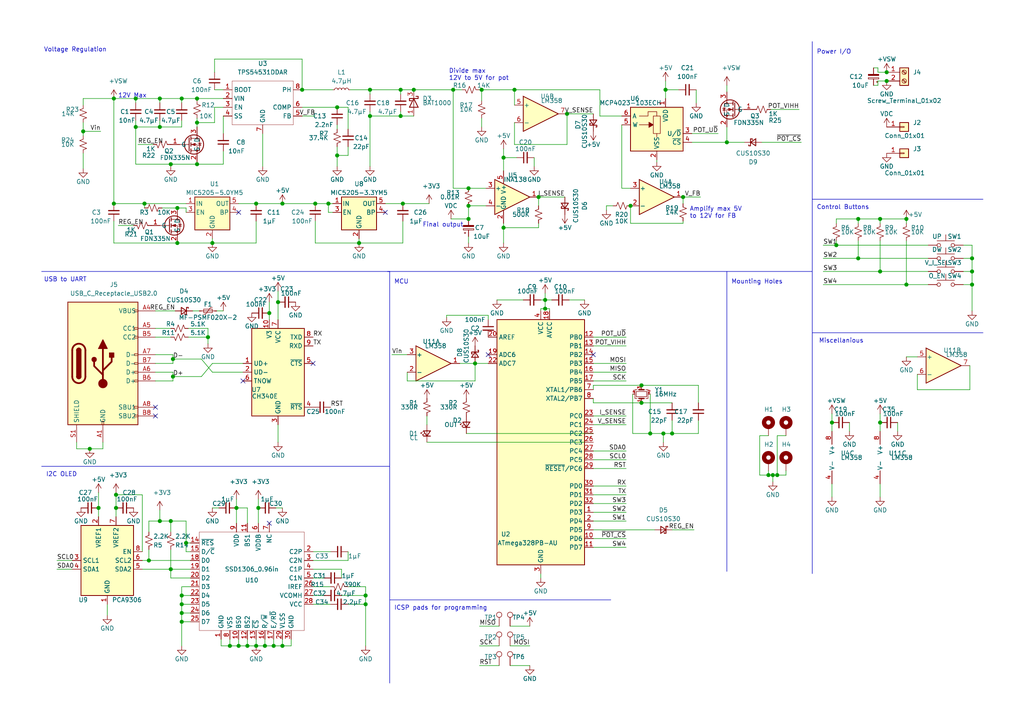
<source format=kicad_sch>
(kicad_sch (version 20200714) (host eeschema "(5.99.0-2671-gfc0a358ba)")
  (page 1 1)
  (paper "A4")
  (title_block (title "Benchtop Power Supply") (date "2020-08-29") (rev "0.3") (company "adsehgal") (comment 1 "Aditya Sehgal"))
  (junction (at 24.13 38.1) (diameter 1.016))
  (junction (at 26.035 130.175) (diameter 1.016))
  (junction (at 28.575 147.32) (diameter 1.016))
  (junction (at 33.02 28.575) (diameter 1.016))
  (junction (at 33.02 59.055) (diameter 1.016))
  (junction (at 33.655 143.51) (diameter 1.016))
  (junction (at 33.655 147.32) (diameter 1.016))
  (junction (at 39.37 28.575) (diameter 1.016))
  (junction (at 39.37 36.83) (diameter 1.016))
  (junction (at 41.91 59.055) (diameter 1.016))
  (junction (at 43.18 162.56) (diameter 1.016))
  (junction (at 46.355 28.575) (diameter 1.016))
  (junction (at 46.355 36.83) (diameter 1.016))
  (junction (at 46.355 151.13) (diameter 1.016))
  (junction (at 49.53 47.625) (diameter 1.016))
  (junction (at 49.53 151.13) (diameter 1.016))
  (junction (at 49.53 165.1) (diameter 1.016))
  (junction (at 50.165 104.14) (diameter 1.016))
  (junction (at 50.165 109.22) (diameter 1.016))
  (junction (at 51.435 60.325) (diameter 1.016))
  (junction (at 51.435 70.485) (diameter 1.016))
  (junction (at 52.705 28.575) (diameter 1.016))
  (junction (at 52.705 172.72) (diameter 1.016))
  (junction (at 52.705 175.26) (diameter 1.016))
  (junction (at 52.705 177.8) (diameter 1.016))
  (junction (at 52.705 180.34) (diameter 1.016))
  (junction (at 53.975 157.48) (diameter 1.016))
  (junction (at 57.15 28.575) (diameter 1.016))
  (junction (at 57.15 35.56) (diameter 1.016))
  (junction (at 57.15 47.625) (diameter 1.016))
  (junction (at 60.325 97.79) (diameter 1.016))
  (junction (at 61.595 70.485) (diameter 1.016))
  (junction (at 66.675 187.325) (diameter 1.016))
  (junction (at 68.58 147.32) (diameter 1.016))
  (junction (at 69.215 187.325) (diameter 1.016))
  (junction (at 71.755 187.325) (diameter 1.016))
  (junction (at 74.295 59.055) (diameter 1.016))
  (junction (at 74.295 187.325) (diameter 1.016))
  (junction (at 74.93 147.32) (diameter 1.016))
  (junction (at 76.835 187.325) (diameter 1.016))
  (junction (at 78.105 90.805) (diameter 1.016))
  (junction (at 79.375 187.325) (diameter 1.016))
  (junction (at 80.645 87.63) (diameter 1.016))
  (junction (at 81.915 59.055) (diameter 1.016))
  (junction (at 81.915 187.325) (diameter 1.016))
  (junction (at 87.63 26.035) (diameter 1.016))
  (junction (at 91.44 59.055) (diameter 1.016))
  (junction (at 95.25 59.055) (diameter 1.016))
  (junction (at 97.79 31.115) (diameter 1.016))
  (junction (at 97.79 45.085) (diameter 1.016))
  (junction (at 104.14 70.485) (diameter 1.016))
  (junction (at 106.045 172.72) (diameter 1.016))
  (junction (at 106.045 175.26) (diameter 1.016))
  (junction (at 107.315 26.035) (diameter 1.016))
  (junction (at 107.315 33.655) (diameter 1.016))
  (junction (at 116.205 26.035) (diameter 1.016))
  (junction (at 116.205 33.655) (diameter 1.016))
  (junction (at 116.84 59.055) (diameter 1.016))
  (junction (at 120.015 26.035) (diameter 1.016))
  (junction (at 131.445 26.035) (diameter 1.016))
  (junction (at 135.89 54.61) (diameter 1.016))
  (junction (at 135.89 59.69) (diameter 1.016))
  (junction (at 135.89 63.5) (diameter 1.016))
  (junction (at 137.795 105.41) (diameter 1.016))
  (junction (at 139.7 26.035) (diameter 1.016))
  (junction (at 146.05 45.72) (diameter 1.016))
  (junction (at 146.05 66.04) (diameter 1.016))
  (junction (at 149.225 26.035) (diameter 1.016))
  (junction (at 156.21 57.15) (diameter 1.016))
  (junction (at 158.115 86.995) (diameter 1.016))
  (junction (at 158.115 89.535) (diameter 1.016))
  (junction (at 164.465 33.02) (diameter 1.016))
  (junction (at 182.88 59.69) (diameter 1.016))
  (junction (at 186.055 111.76) (diameter 1.016))
  (junction (at 186.055 116.84) (diameter 1.016))
  (junction (at 188.595 125.73) (diameter 1.016))
  (junction (at 192.405 125.73) (diameter 1.016))
  (junction (at 193.04 26.035) (diameter 1.016))
  (junction (at 194.945 125.73) (diameter 1.016))
  (junction (at 198.12 57.15) (diameter 1.016))
  (junction (at 210.82 41.275) (diameter 1.016))
  (junction (at 222.885 137.795) (diameter 1.016))
  (junction (at 224.155 137.795) (diameter 1.016))
  (junction (at 225.425 137.795) (diameter 1.016))
  (junction (at 241.3 122.555) (diameter 1.016))
  (junction (at 242.57 71.12) (diameter 1.016))
  (junction (at 248.92 63.5) (diameter 1.016))
  (junction (at 248.92 74.93) (diameter 1.016))
  (junction (at 255.27 63.5) (diameter 1.016))
  (junction (at 255.27 78.74) (diameter 1.016))
  (junction (at 255.27 122.555) (diameter 1.016))
  (junction (at 257.175 20.955) (diameter 1.016))
  (junction (at 257.175 23.495) (diameter 1.016))
  (junction (at 262.89 63.5) (diameter 1.016))
  (junction (at 262.89 82.55) (diameter 1.016))
  (junction (at 281.94 74.93) (diameter 1.016))
  (junction (at 281.94 78.74) (diameter 1.016))
  (junction (at 281.94 82.55) (diameter 1.016))
  (no_connect (at 90.805 105.41))
  (no_connect (at 141.605 102.87))
  (no_connect (at 78.105 151.765))
  (no_connect (at 45.085 120.65))
  (no_connect (at 111.76 61.595))
  (no_connect (at 172.085 102.87))
  (no_connect (at 69.215 61.595))
  (no_connect (at 70.485 110.49))
  (no_connect (at 45.085 118.11))
  (wire (pts (xy 16.51 162.56) (xy 20.955 162.56)))
  (wire (pts (xy 16.51 165.1) (xy 20.955 165.1)))
  (wire (pts (xy 22.225 128.27) (xy 22.225 130.175)))
  (wire (pts (xy 24.13 28.575) (xy 33.02 28.575)))
  (wire (pts (xy 24.13 30.48) (xy 24.13 28.575)))
  (wire (pts (xy 24.13 35.56) (xy 24.13 38.1)))
  (wire (pts (xy 24.13 38.1) (xy 24.13 39.37)))
  (wire (pts (xy 24.13 38.1) (xy 29.21 38.1)))
  (wire (pts (xy 24.13 48.895) (xy 24.13 44.45)))
  (wire (pts (xy 26.035 130.175) (xy 22.225 130.175)))
  (wire (pts (xy 26.035 130.175) (xy 29.845 130.175)))
  (wire (pts (xy 28.575 142.875) (xy 28.575 147.32)))
  (wire (pts (xy 28.575 147.32) (xy 28.575 149.86)))
  (wire (pts (xy 29.845 130.175) (xy 29.845 128.27)))
  (wire (pts (xy 31.115 178.435) (xy 31.115 175.26)))
  (wire (pts (xy 33.02 28.575) (xy 39.37 28.575)))
  (wire (pts (xy 33.02 59.055) (xy 33.02 28.575)))
  (wire (pts (xy 33.02 59.055) (xy 41.91 59.055)))
  (wire (pts (xy 33.02 64.135) (xy 33.02 70.485)))
  (wire (pts (xy 33.02 70.485) (xy 51.435 70.485)))
  (wire (pts (xy 33.655 142.875) (xy 33.655 143.51)))
  (wire (pts (xy 33.655 143.51) (xy 33.655 147.32)))
  (wire (pts (xy 33.655 147.32) (xy 33.655 149.86)))
  (wire (pts (xy 34.29 65.405) (xy 38.735 65.405)))
  (wire (pts (xy 39.37 28.575) (xy 39.37 29.845)))
  (wire (pts (xy 39.37 28.575) (xy 46.355 28.575)))
  (wire (pts (xy 39.37 34.925) (xy 39.37 36.83)))
  (wire (pts (xy 39.37 36.83) (xy 39.37 47.625)))
  (wire (pts (xy 39.37 36.83) (xy 46.355 36.83)))
  (wire (pts (xy 39.37 47.625) (xy 49.53 47.625)))
  (wire (pts (xy 40.005 41.91) (xy 44.45 41.91)))
  (wire (pts (xy 41.275 143.51) (xy 33.655 143.51)))
  (wire (pts (xy 41.275 160.02) (xy 41.275 143.51)))
  (wire (pts (xy 41.275 162.56) (xy 43.18 162.56)))
  (wire (pts (xy 41.275 165.1) (xy 49.53 165.1)))
  (wire (pts (xy 41.91 59.055) (xy 41.91 60.325)))
  (wire (pts (xy 41.91 59.055) (xy 53.975 59.055)))
  (wire (pts (xy 43.18 151.13) (xy 43.18 154.305)))
  (wire (pts (xy 43.18 159.385) (xy 43.18 162.56)))
  (wire (pts (xy 43.18 162.56) (xy 55.245 162.56)))
  (wire (pts (xy 45.085 97.79) (xy 49.53 97.79)))
  (wire (pts (xy 45.085 102.87) (xy 50.165 102.87)))
  (wire (pts (xy 45.085 107.95) (xy 50.165 107.95)))
  (wire (pts (xy 46.355 28.575) (xy 46.355 29.845)))
  (wire (pts (xy 46.355 28.575) (xy 52.705 28.575)))
  (wire (pts (xy 46.355 34.925) (xy 46.355 36.83)))
  (wire (pts (xy 46.355 36.83) (xy 52.705 36.83)))
  (wire (pts (xy 46.355 147.955) (xy 46.355 151.13)))
  (wire (pts (xy 46.355 151.13) (xy 43.18 151.13)))
  (wire (pts (xy 46.99 60.325) (xy 51.435 60.325)))
  (wire (pts (xy 49.53 47.625) (xy 49.53 48.26)))
  (wire (pts (xy 49.53 47.625) (xy 57.15 47.625)))
  (wire (pts (xy 49.53 95.25) (xy 45.085 95.25)))
  (wire (pts (xy 49.53 151.13) (xy 46.355 151.13)))
  (wire (pts (xy 49.53 154.305) (xy 49.53 151.13)))
  (wire (pts (xy 49.53 159.385) (xy 49.53 165.1)))
  (wire (pts (xy 49.53 165.1) (xy 55.245 165.1)))
  (wire (pts (xy 49.53 167.64) (xy 49.53 165.1)))
  (wire (pts (xy 50.165 102.87) (xy 50.165 104.14)))
  (wire (pts (xy 50.165 104.14) (xy 50.165 105.41)))
  (wire (pts (xy 50.165 104.14) (xy 58.42 104.14)))
  (wire (pts (xy 50.165 105.41) (xy 45.085 105.41)))
  (wire (pts (xy 50.165 107.95) (xy 50.165 109.22)))
  (wire (pts (xy 50.165 109.22) (xy 50.165 110.49)))
  (wire (pts (xy 50.165 110.49) (xy 45.085 110.49)))
  (wire (pts (xy 50.8 90.17) (xy 45.085 90.17)))
  (wire (pts (xy 51.435 70.485) (xy 61.595 70.485)))
  (wire (pts (xy 52.705 28.575) (xy 52.705 29.845)))
  (wire (pts (xy 52.705 28.575) (xy 57.15 28.575)))
  (wire (pts (xy 52.705 36.83) (xy 52.705 34.925)))
  (wire (pts (xy 52.705 170.18) (xy 52.705 172.72)))
  (wire (pts (xy 52.705 172.72) (xy 52.705 175.26)))
  (wire (pts (xy 52.705 172.72) (xy 55.245 172.72)))
  (wire (pts (xy 52.705 175.26) (xy 52.705 177.8)))
  (wire (pts (xy 52.705 175.26) (xy 55.245 175.26)))
  (wire (pts (xy 52.705 177.8) (xy 52.705 180.34)))
  (wire (pts (xy 52.705 177.8) (xy 55.245 177.8)))
  (wire (pts (xy 52.705 180.34) (xy 52.705 187.325)))
  (wire (pts (xy 52.705 180.34) (xy 55.245 180.34)))
  (wire (pts (xy 53.975 60.325) (xy 51.435 60.325)))
  (wire (pts (xy 53.975 61.595) (xy 53.975 60.325)))
  (wire (pts (xy 53.975 151.13) (xy 49.53 151.13)))
  (wire (pts (xy 53.975 157.48) (xy 53.975 151.13)))
  (wire (pts (xy 53.975 157.48) (xy 53.975 160.02)))
  (wire (pts (xy 54.61 95.25) (xy 60.325 95.25)))
  (wire (pts (xy 55.245 157.48) (xy 53.975 157.48)))
  (wire (pts (xy 55.245 160.02) (xy 53.975 160.02)))
  (wire (pts (xy 55.245 167.64) (xy 49.53 167.64)))
  (wire (pts (xy 55.245 170.18) (xy 52.705 170.18)))
  (wire (pts (xy 55.88 90.17) (xy 57.785 90.17)))
  (wire (pts (xy 57.15 28.575) (xy 57.15 29.21)))
  (wire (pts (xy 57.15 28.575) (xy 64.77 28.575)))
  (wire (pts (xy 57.15 34.29) (xy 57.15 35.56)))
  (wire (pts (xy 57.15 35.56) (xy 57.15 36.83)))
  (wire (pts (xy 57.15 35.56) (xy 62.23 35.56)))
  (wire (pts (xy 57.15 46.99) (xy 57.15 47.625)))
  (wire (pts (xy 57.15 47.625) (xy 64.77 47.625)))
  (wire (pts (xy 58.42 104.14) (xy 61.595 107.95)))
  (wire (pts (xy 58.42 109.22) (xy 50.165 109.22)))
  (wire (pts (xy 60.325 95.25) (xy 60.325 97.79)))
  (wire (pts (xy 60.325 97.79) (xy 54.61 97.79)))
  (wire (pts (xy 60.325 97.79) (xy 60.325 99.695)))
  (wire (pts (xy 61.595 69.215) (xy 61.595 70.485)))
  (wire (pts (xy 61.595 70.485) (xy 74.295 70.485)))
  (wire (pts (xy 61.595 105.41) (xy 58.42 109.22)))
  (wire (pts (xy 61.595 107.95) (xy 70.485 107.95)))
  (wire (pts (xy 61.595 147.32) (xy 63.5 147.32)))
  (wire (pts (xy 62.23 17.145) (xy 87.63 17.145)))
  (wire (pts (xy 62.23 20.955) (xy 62.23 17.145)))
  (wire (pts (xy 62.23 26.035) (xy 64.77 26.035)))
  (wire (pts (xy 62.23 31.115) (xy 64.77 31.115)))
  (wire (pts (xy 62.23 35.56) (xy 62.23 31.115)))
  (wire (pts (xy 62.865 90.17) (xy 64.77 90.17)))
  (wire (pts (xy 64.135 185.42) (xy 64.135 187.325)))
  (wire (pts (xy 64.135 187.325) (xy 66.675 187.325)))
  (wire (pts (xy 64.77 33.655) (xy 64.77 38.735)))
  (wire (pts (xy 64.77 43.815) (xy 64.77 47.625)))
  (wire (pts (xy 66.675 185.42) (xy 66.675 187.325)))
  (wire (pts (xy 66.675 187.325) (xy 69.215 187.325)))
  (wire (pts (xy 68.58 144.78) (xy 68.58 147.32)))
  (wire (pts (xy 68.58 147.32) (xy 68.58 151.765)))
  (wire (pts (xy 69.215 59.055) (xy 74.295 59.055)))
  (wire (pts (xy 69.215 185.42) (xy 69.215 187.325)))
  (wire (pts (xy 69.215 187.325) (xy 71.755 187.325)))
  (wire (pts (xy 70.485 105.41) (xy 61.595 105.41)))
  (wire (pts (xy 71.755 147.32) (xy 68.58 147.32)))
  (wire (pts (xy 71.755 151.765) (xy 71.755 147.32)))
  (wire (pts (xy 71.755 185.42) (xy 71.755 187.325)))
  (wire (pts (xy 71.755 187.325) (xy 74.295 187.325)))
  (wire (pts (xy 74.295 59.055) (xy 81.915 59.055)))
  (wire (pts (xy 74.295 70.485) (xy 74.295 64.135)))
  (wire (pts (xy 74.295 185.42) (xy 74.295 187.325)))
  (wire (pts (xy 74.295 187.325) (xy 76.835 187.325)))
  (wire (pts (xy 74.93 144.78) (xy 74.93 147.32)))
  (wire (pts (xy 74.93 147.32) (xy 74.93 151.765)))
  (wire (pts (xy 76.2 38.735) (xy 76.2 48.26)))
  (wire (pts (xy 76.835 185.42) (xy 76.835 187.325)))
  (wire (pts (xy 76.835 187.325) (xy 79.375 187.325)))
  (wire (pts (xy 78.105 87.63) (xy 78.105 90.805)))
  (wire (pts (xy 78.105 90.805) (xy 78.105 92.71)))
  (wire (pts (xy 79.375 185.42) (xy 79.375 187.325)))
  (wire (pts (xy 79.375 187.325) (xy 81.915 187.325)))
  (wire (pts (xy 80.645 84.455) (xy 80.645 87.63)))
  (wire (pts (xy 80.645 87.63) (xy 80.645 92.71)))
  (wire (pts (xy 80.645 128.27) (xy 80.645 123.19)))
  (wire (pts (xy 81.915 147.32) (xy 80.01 147.32)))
  (wire (pts (xy 81.915 185.42) (xy 81.915 187.325)))
  (wire (pts (xy 81.915 187.325) (xy 84.455 187.325)))
  (wire (pts (xy 84.455 185.42) (xy 84.455 187.325)))
  (wire (pts (xy 87.63 17.145) (xy 87.63 26.035)))
  (wire (pts (xy 87.63 26.035) (xy 96.52 26.035)))
  (wire (pts (xy 87.63 31.115) (xy 97.79 31.115)))
  (wire (pts (xy 87.63 33.655) (xy 91.44 33.655)))
  (wire (pts (xy 90.805 162.56) (xy 100.965 162.56)))
  (wire (pts (xy 90.805 165.1) (xy 99.06 165.1)))
  (wire (pts (xy 90.805 170.18) (xy 95.885 170.18)))
  (wire (pts (xy 90.805 175.26) (xy 95.885 175.26)))
  (wire (pts (xy 91.44 59.055) (xy 81.915 59.055)))
  (wire (pts (xy 91.44 59.055) (xy 95.25 59.055)))
  (wire (pts (xy 91.44 64.135) (xy 91.44 70.485)))
  (wire (pts (xy 91.44 70.485) (xy 104.14 70.485)))
  (wire (pts (xy 93.98 167.64) (xy 90.805 167.64)))
  (wire (pts (xy 93.98 172.72) (xy 90.805 172.72)))
  (wire (pts (xy 95.25 59.055) (xy 96.52 59.055)))
  (wire (pts (xy 95.25 61.595) (xy 95.25 59.055)))
  (wire (pts (xy 95.885 160.02) (xy 90.805 160.02)))
  (wire (pts (xy 96.52 61.595) (xy 95.25 61.595)))
  (wire (pts (xy 97.79 36.195) (xy 97.79 37.465)))
  (wire (pts (xy 97.79 45.085) (xy 97.79 42.545)))
  (wire (pts (xy 97.79 45.085) (xy 97.79 48.26)))
  (wire (pts (xy 99.06 165.1) (xy 99.06 167.64)))
  (wire (pts (xy 99.06 172.72) (xy 106.045 172.72)))
  (wire (pts (xy 100.965 31.115) (xy 97.79 31.115)))
  (wire (pts (xy 100.965 37.465) (xy 100.965 31.115)))
  (wire (pts (xy 100.965 42.545) (xy 100.965 45.085)))
  (wire (pts (xy 100.965 45.085) (xy 97.79 45.085)))
  (wire (pts (xy 100.965 162.56) (xy 100.965 160.02)))
  (wire (pts (xy 100.965 170.18) (xy 106.045 170.18)))
  (wire (pts (xy 100.965 175.26) (xy 106.045 175.26)))
  (wire (pts (xy 101.6 26.035) (xy 107.315 26.035)))
  (wire (pts (xy 104.14 69.215) (xy 104.14 70.485)))
  (wire (pts (xy 104.14 70.485) (xy 116.84 70.485)))
  (wire (pts (xy 106.045 170.18) (xy 106.045 172.72)))
  (wire (pts (xy 106.045 172.72) (xy 106.045 175.26)))
  (wire (pts (xy 106.045 175.26) (xy 106.045 187.325)))
  (wire (pts (xy 107.315 26.035) (xy 107.315 27.305)))
  (wire (pts (xy 107.315 26.035) (xy 116.205 26.035)))
  (wire (pts (xy 107.315 32.385) (xy 107.315 33.655)))
  (wire (pts (xy 107.315 33.655) (xy 107.315 48.26)))
  (wire (pts (xy 111.76 59.055) (xy 116.84 59.055)))
  (wire (pts (xy 113.665 102.87) (xy 118.11 102.87)))
  (wire (pts (xy 116.205 26.035) (xy 116.205 27.305)))
  (wire (pts (xy 116.205 26.035) (xy 120.015 26.035)))
  (wire (pts (xy 116.205 32.385) (xy 116.205 33.655)))
  (wire (pts (xy 116.205 33.655) (xy 107.315 33.655)))
  (wire (pts (xy 116.205 33.655) (xy 120.015 33.655)))
  (wire (pts (xy 116.84 59.055) (xy 124.46 59.055)))
  (wire (pts (xy 116.84 70.485) (xy 116.84 64.135)))
  (wire (pts (xy 118.11 110.49) (xy 118.11 107.95)))
  (wire (pts (xy 120.015 26.035) (xy 131.445 26.035)))
  (wire (pts (xy 123.825 120.65) (xy 123.825 123.19)))
  (wire (pts (xy 123.825 128.27) (xy 172.085 128.27)))
  (wire (pts (xy 129.54 91.44) (xy 141.605 91.44)))
  (wire (pts (xy 129.54 92.075) (xy 129.54 91.44)))
  (wire (pts (xy 130.81 63.5) (xy 135.89 63.5)))
  (wire (pts (xy 131.445 26.035) (xy 131.445 54.61)))
  (wire (pts (xy 131.445 26.035) (xy 133.985 26.035)))
  (wire (pts (xy 131.445 54.61) (xy 135.89 54.61)))
  (wire (pts (xy 133.35 105.41) (xy 137.795 105.41)))
  (wire (pts (xy 135.255 125.73) (xy 172.085 125.73)))
  (wire (pts (xy 135.89 54.61) (xy 140.97 54.61)))
  (wire (pts (xy 135.89 59.69) (xy 135.89 63.5)))
  (wire (pts (xy 135.89 59.69) (xy 140.97 59.69)))
  (wire (pts (xy 135.89 70.485) (xy 135.89 68.58)))
  (wire (pts (xy 137.795 105.41) (xy 137.795 110.49)))
  (wire (pts (xy 137.795 105.41) (xy 141.605 105.41)))
  (wire (pts (xy 137.795 110.49) (xy 118.11 110.49)))
  (wire (pts (xy 139.065 181.61) (xy 144.78 181.61)))
  (wire (pts (xy 139.065 187.325) (xy 144.78 187.325)))
  (wire (pts (xy 139.065 193.04) (xy 144.78 193.04)))
  (wire (pts (xy 139.7 26.035) (xy 139.065 26.035)))
  (wire (pts (xy 139.7 26.035) (xy 139.7 29.21)))
  (wire (pts (xy 139.7 34.29) (xy 139.7 36.83)))
  (wire (pts (xy 141.605 91.44) (xy 141.605 92.71)))
  (wire (pts (xy 144.145 86.995) (xy 151.765 86.995)))
  (wire (pts (xy 146.05 43.18) (xy 146.05 45.72)))
  (wire (pts (xy 146.05 45.72) (xy 146.05 49.53)))
  (wire (pts (xy 146.05 45.72) (xy 149.86 45.72)))
  (wire (pts (xy 146.05 66.04) (xy 146.05 64.77)))
  (wire (pts (xy 146.05 66.04) (xy 156.21 66.04)))
  (wire (pts (xy 146.05 70.485) (xy 146.05 66.04)))
  (wire (pts (xy 147.955 181.61) (xy 153.67 181.61)))
  (wire (pts (xy 147.955 187.325) (xy 153.67 187.325)))
  (wire (pts (xy 147.955 193.04) (xy 153.67 193.04)))
  (wire (pts (xy 149.225 26.035) (xy 139.7 26.035)))
  (wire (pts (xy 149.225 26.035) (xy 149.225 30.48)))
  (wire (pts (xy 149.225 35.56) (xy 149.225 41.91)))
  (wire (pts (xy 149.225 41.91) (xy 164.465 41.91)))
  (wire (pts (xy 154.94 45.72) (xy 154.94 48.26)))
  (wire (pts (xy 156.21 57.15) (xy 156.21 59.69)))
  (wire (pts (xy 156.21 57.15) (xy 163.83 57.15)))
  (wire (pts (xy 156.21 64.77) (xy 156.21 66.04)))
  (wire (pts (xy 156.845 89.535) (xy 158.115 89.535)))
  (wire (pts (xy 156.845 90.17) (xy 156.845 89.535)))
  (wire (pts (xy 156.845 167.64) (xy 156.845 166.37)))
  (wire (pts (xy 158.115 85.09) (xy 158.115 86.995)))
  (wire (pts (xy 158.115 86.995) (xy 156.845 86.995)))
  (wire (pts (xy 158.115 86.995) (xy 158.115 89.535)))
  (wire (pts (xy 158.115 86.995) (xy 160.02 86.995)))
  (wire (pts (xy 158.115 89.535) (xy 159.385 89.535)))
  (wire (pts (xy 159.385 89.535) (xy 159.385 90.17)))
  (wire (pts (xy 164.465 33.02) (xy 172.085 33.02)))
  (wire (pts (xy 164.465 41.91) (xy 164.465 33.02)))
  (wire (pts (xy 165.1 86.995) (xy 169.545 86.995)))
  (wire (pts (xy 172.085 97.79) (xy 181.61 97.79)))
  (wire (pts (xy 172.085 100.33) (xy 181.61 100.33)))
  (wire (pts (xy 172.085 105.41) (xy 181.61 105.41)))
  (wire (pts (xy 172.085 107.95) (xy 181.61 107.95)))
  (wire (pts (xy 172.085 110.49) (xy 181.61 110.49)))
  (wire (pts (xy 172.085 111.76) (xy 172.085 113.03)))
  (wire (pts (xy 172.085 111.76) (xy 186.055 111.76)))
  (wire (pts (xy 172.085 115.57) (xy 172.085 116.84)))
  (wire (pts (xy 172.085 116.84) (xy 186.055 116.84)))
  (wire (pts (xy 172.085 120.65) (xy 181.61 120.65)))
  (wire (pts (xy 172.085 123.19) (xy 181.61 123.19)))
  (wire (pts (xy 172.085 130.81) (xy 181.61 130.81)))
  (wire (pts (xy 172.085 133.35) (xy 181.61 133.35)))
  (wire (pts (xy 172.085 135.89) (xy 181.61 135.89)))
  (wire (pts (xy 172.085 140.97) (xy 181.61 140.97)))
  (wire (pts (xy 172.085 143.51) (xy 181.61 143.51)))
  (wire (pts (xy 172.085 146.05) (xy 181.61 146.05)))
  (wire (pts (xy 172.085 148.59) (xy 181.61 148.59)))
  (wire (pts (xy 172.085 151.13) (xy 181.61 151.13)))
  (wire (pts (xy 172.085 153.67) (xy 189.865 153.67)))
  (wire (pts (xy 172.085 156.21) (xy 181.61 156.21)))
  (wire (pts (xy 172.085 158.75) (xy 181.61 158.75)))
  (wire (pts (xy 173.99 26.035) (xy 149.225 26.035)))
  (wire (pts (xy 173.99 26.035) (xy 173.99 33.655)))
  (wire (pts (xy 173.99 33.655) (xy 180.34 33.655)))
  (wire (pts (xy 175.895 59.69) (xy 175.895 60.96)))
  (wire (pts (xy 175.895 59.69) (xy 177.8 59.69)))
  (wire (pts (xy 180.34 54.61) (xy 180.34 36.195)))
  (wire (pts (xy 182.88 54.61) (xy 180.34 54.61)))
  (wire (pts (xy 182.88 64.77) (xy 182.88 59.69)))
  (wire (pts (xy 183.515 114.3) (xy 183.515 125.73)))
  (wire (pts (xy 183.515 125.73) (xy 188.595 125.73)))
  (wire (pts (xy 186.055 116.84) (xy 194.945 116.84)))
  (wire (pts (xy 188.595 114.3) (xy 188.595 125.73)))
  (wire (pts (xy 188.595 125.73) (xy 192.405 125.73)))
  (wire (pts (xy 190.5 46.355) (xy 190.5 46.99)))
  (wire (pts (xy 192.405 125.73) (xy 192.405 128.27)))
  (wire (pts (xy 192.405 125.73) (xy 194.945 125.73)))
  (wire (pts (xy 193.04 23.495) (xy 193.04 26.035)))
  (wire (pts (xy 193.04 26.035) (xy 193.04 28.575)))
  (wire (pts (xy 193.04 26.035) (xy 196.85 26.035)))
  (wire (pts (xy 194.945 121.92) (xy 194.945 125.73)))
  (wire (pts (xy 194.945 125.73) (xy 202.565 125.73)))
  (wire (pts (xy 194.945 153.67) (xy 201.295 153.67)))
  (wire (pts (xy 198.12 57.15) (xy 198.12 59.055)))
  (wire (pts (xy 198.12 57.15) (xy 203.2 57.15)))
  (wire (pts (xy 198.12 64.135) (xy 198.12 64.77)))
  (wire (pts (xy 198.12 64.77) (xy 182.88 64.77)))
  (wire (pts (xy 200.66 38.735) (xy 208.28 38.735)))
  (wire (pts (xy 200.66 41.275) (xy 210.82 41.275)))
  (wire (pts (xy 201.93 26.035) (xy 201.93 29.845)))
  (wire (pts (xy 202.565 111.76) (xy 186.055 111.76)))
  (wire (pts (xy 202.565 116.84) (xy 202.565 111.76)))
  (wire (pts (xy 202.565 125.73) (xy 202.565 121.92)))
  (wire (pts (xy 210.82 24.765) (xy 210.82 26.67)))
  (wire (pts (xy 210.82 36.83) (xy 210.82 41.275)))
  (wire (pts (xy 210.82 41.275) (xy 215.9 41.275)))
  (wire (pts (xy 220.345 126.365) (xy 220.345 137.795)))
  (wire (pts (xy 220.345 137.795) (xy 222.885 137.795)))
  (wire (pts (xy 220.98 41.275) (xy 232.41 41.275)))
  (wire (pts (xy 222.885 126.365) (xy 220.345 126.365)))
  (wire (pts (xy 222.885 136.525) (xy 222.885 137.795)))
  (wire (pts (xy 222.885 137.795) (xy 224.155 137.795)))
  (wire (pts (xy 223.52 31.75) (xy 231.775 31.75)))
  (wire (pts (xy 224.155 137.795) (xy 224.155 139.7)))
  (wire (pts (xy 224.155 137.795) (xy 225.425 137.795)))
  (wire (pts (xy 225.425 126.365) (xy 225.425 137.795)))
  (wire (pts (xy 225.425 137.795) (xy 227.965 137.795)))
  (wire (pts (xy 227.965 126.365) (xy 225.425 126.365)))
  (wire (pts (xy 227.965 137.795) (xy 227.965 136.525)))
  (wire (pts (xy 238.76 71.12) (xy 242.57 71.12)))
  (wire (pts (xy 238.76 74.93) (xy 248.92 74.93)))
  (wire (pts (xy 238.76 78.74) (xy 255.27 78.74)))
  (wire (pts (xy 238.76 82.55) (xy 262.89 82.55)))
  (wire (pts (xy 241.3 120.015) (xy 241.3 122.555)))
  (wire (pts (xy 241.3 122.555) (xy 241.3 125.095)))
  (wire (pts (xy 241.3 144.145) (xy 241.3 140.335)))
  (wire (pts (xy 242.57 63.5) (xy 248.92 63.5)))
  (wire (pts (xy 242.57 64.77) (xy 242.57 63.5)))
  (wire (pts (xy 242.57 69.85) (xy 242.57 71.12)))
  (wire (pts (xy 242.57 71.12) (xy 269.24 71.12)))
  (wire (pts (xy 246.38 122.555) (xy 246.38 125.095)))
  (wire (pts (xy 248.92 63.5) (xy 248.92 64.77)))
  (wire (pts (xy 248.92 63.5) (xy 255.27 63.5)))
  (wire (pts (xy 248.92 69.85) (xy 248.92 74.93)))
  (wire (pts (xy 253.365 19.685) (xy 254.635 19.685)))
  (wire (pts (xy 253.365 24.765) (xy 254.635 24.765)))
  (wire (pts (xy 254.635 19.685) (xy 254.635 20.955)))
  (wire (pts (xy 254.635 20.955) (xy 257.175 20.955)))
  (wire (pts (xy 254.635 23.495) (xy 257.175 23.495)))
  (wire (pts (xy 254.635 24.765) (xy 254.635 23.495)))
  (wire (pts (xy 255.27 63.5) (xy 255.27 64.77)))
  (wire (pts (xy 255.27 63.5) (xy 262.89 63.5)))
  (wire (pts (xy 255.27 69.85) (xy 255.27 78.74)))
  (wire (pts (xy 255.27 78.74) (xy 269.24 78.74)))
  (wire (pts (xy 255.27 120.015) (xy 255.27 122.555)))
  (wire (pts (xy 255.27 122.555) (xy 255.27 125.095)))
  (wire (pts (xy 255.27 140.335) (xy 255.27 144.145)))
  (wire (pts (xy 260.35 122.555) (xy 260.35 125.095)))
  (wire (pts (xy 262.89 63.5) (xy 262.89 64.77)))
  (wire (pts (xy 262.89 69.85) (xy 262.89 82.55)))
  (wire (pts (xy 262.89 82.55) (xy 269.24 82.55)))
  (wire (pts (xy 262.89 103.505) (xy 266.065 103.505)))
  (wire (pts (xy 266.065 113.03) (xy 266.065 108.585)))
  (wire (pts (xy 269.24 74.93) (xy 248.92 74.93)))
  (wire (pts (xy 279.4 71.12) (xy 281.94 71.12)))
  (wire (pts (xy 279.4 74.93) (xy 281.94 74.93)))
  (wire (pts (xy 279.4 78.74) (xy 281.94 78.74)))
  (wire (pts (xy 281.305 106.045) (xy 281.305 113.03)))
  (wire (pts (xy 281.305 113.03) (xy 266.065 113.03)))
  (wire (pts (xy 281.94 71.12) (xy 281.94 74.93)))
  (wire (pts (xy 281.94 74.93) (xy 281.94 78.74)))
  (wire (pts (xy 281.94 78.74) (xy 281.94 82.55)))
  (wire (pts (xy 281.94 82.55) (xy 279.4 82.55)))
  (wire (pts (xy 281.94 82.55) (xy 281.94 90.17)))
  (polyline (pts (xy 12.065 78.74) (xy 113.03 78.74)) (stroke (width 0) (type solid)))
  (polyline (pts (xy 112.395 78.74) (xy 235.585 78.74)) (stroke (width 0) (type solid)))
  (polyline (pts (xy 113.03 78.74) (xy 113.03 134.62)) (stroke (width 0) (type solid)))
  (polyline (pts (xy 113.03 134.62) (xy 113.03 198.12)) (stroke (width 0) (type solid)))
  (polyline (pts (xy 113.03 135.255) (xy 12.065 135.255)) (stroke (width 0) (type solid)))
  (polyline (pts (xy 113.03 173.99) (xy 177.165 173.99)) (stroke (width 0) (type solid)))
  (polyline (pts (xy 210.82 78.74) (xy 210.82 165.735)) (stroke (width 0) (type solid)))
  (polyline (pts (xy 235.585 12.065) (xy 235.585 57.785)) (stroke (width 0) (type solid)))
  (polyline (pts (xy 235.585 57.785) (xy 285.115 57.785)) (stroke (width 0) (type solid)))
  (polyline (pts (xy 235.585 78.74) (xy 235.585 57.785)) (stroke (width 0) (type solid)))
  (polyline (pts (xy 235.585 78.74) (xy 235.585 96.52)) (stroke (width 0) (type solid)))
  (polyline (pts (xy 235.585 96.52) (xy 235.585 166.37)) (stroke (width 0) (type solid)))
  (polyline (pts (xy 235.585 96.52) (xy 285.115 96.52)) (stroke (width 0) (type solid)))
  (text "Voltage Regulation" (at 12.7 15.24 0) (effects (font (size 1.27 1.27)) (justify left bottom)))
  (text "USB to UART" (at 12.7 81.915 0) (effects (font (size 1.27 1.27)) (justify left bottom)))
  (text "I2C OLED" (at 13.335 138.43 0) (effects (font (size 1.27 1.27)) (justify left bottom)))
  (text "12V Max" (at 42.545 28.575 180) (effects (font (size 1.27 1.27)) (justify right bottom)))
  (text "MCU" (at 114.3 82.55 0) (effects (font (size 1.27 1.27)) (justify left bottom)))
  (text "ICSP pads for programming" (at 114.3 177.165 0) (effects (font (size 1.27 1.27)) (justify left bottom)))
  (text "Final output" (at 122.555 66.04 0) (effects (font (size 1.27 1.27)) (justify left bottom)))
  (text "Divide max \n12V to 5V for pot" (at 130.175 23.495 0) (effects (font (size 1.27 1.27)) (justify left bottom)))
  (text "Amplify max 5V \nto 12V for FB" (at 200.025 63.5 0) (effects (font (size 1.27 1.27)) (justify left bottom)))
  (text "Mounting Holes" (at 212.09 82.55 0) (effects (font (size 1.27 1.27)) (justify left bottom)))
  (text "Power I/O" (at 236.855 15.875 0) (effects (font (size 1.27 1.27)) (justify left bottom)))
  (text "Control Buttons" (at 236.855 60.96 0) (effects (font (size 1.27 1.27)) (justify left bottom)))
  (text "Miscellanious" (at 237.49 99.695 0) (effects (font (size 1.27 1.27)) (justify left bottom)))
  (label "SCL0" (at 16.51 162.56 0))
  (label "SDA0" (at 16.51 165.1 0))
  (label "Vin" (at 29.21 38.1 180))
  (label "REG_EN" (at 34.29 65.405 0))
  (label "REG_EN" (at 40.005 41.91 0))
  (label "D-" (at 50.165 104.14 0))
  (label "D+" (at 50.165 109.22 0))
  (label "REG_EN" (at 50.8 90.17 180))
  (label "RX" (at 90.805 97.79 0))
  (label "TX" (at 90.805 100.33 0))
  (label "V_FB" (at 91.44 33.655 180))
  (label "RST" (at 95.885 118.11 0))
  (label "Vin" (at 113.665 102.87 0))
  (label "MISO" (at 139.065 181.61 0))
  (label "SCK" (at 139.065 187.325 0))
  (label "RST" (at 139.065 193.04 0))
  (label "MOSI" (at 153.67 187.325 180))
  (label "I_SENSE" (at 163.83 57.15 180))
  (label "V_SENSE" (at 172.085 33.02 180))
  (label "POT_U~D" (at 181.61 97.79 180))
  (label "POT_VIHH" (at 181.61 100.33 180))
  (label "MOSI" (at 181.61 105.41 180))
  (label "MISO" (at 181.61 107.95 180))
  (label "SCK" (at 181.61 110.49 180))
  (label "I_SENSE" (at 181.61 120.65 180))
  (label "V_SENSE" (at 181.61 123.19 180))
  (label "SDA0" (at 181.61 130.81 180))
  (label "SCL0" (at 181.61 133.35 180))
  (label "RST" (at 181.61 135.89 180))
  (label "RX" (at 181.61 140.97 180))
  (label "TX" (at 181.61 143.51 180))
  (label "SW3" (at 181.61 146.05 180))
  (label "SW2" (at 181.61 148.59 180))
  (label "SW1" (at 181.61 151.13 180))
  (label "~POT_CS" (at 181.61 156.21 180))
  (label "SW4" (at 181.61 158.75 180))
  (label "REG_EN" (at 201.295 153.67 180))
  (label "V_FB" (at 203.2 57.15 180))
  (label "POT_U~D" (at 208.28 38.735 180))
  (label "POT_VIHH" (at 231.775 31.75 180))
  (label "~POT_CS" (at 232.41 41.275 180))
  (label "SW1" (at 238.76 71.12 0))
  (label "SW2" (at 238.76 74.93 0))
  (label "SW3" (at 238.76 78.74 0))
  (label "SW4" (at 238.76 82.55 0))
  (symbol (lib_id "Device:L_Small") (at 99.06 26.035 90) (unit 1)
    (property "Reference" "L1" (at 99.06 20.955 90))
    (property "Value" "4.7µH" (at 99.06 23.495 90))
    (property "Footprint" "Inductor_SMD:L_Bourns_SRR1260" (effects hide))
  )
  (symbol (lib_id "Connector:TestPoint") (at 144.78 181.61 0) (mirror y) (unit 1)
    (property "Reference" "TP1" (at 144.145 179.07 0) (effects (justify left)))
    (property "Value" "TestPoint" (effects hide))
    (property "Footprint" "TestPoint:TestPoint_Pad_D1.0mm" (effects hide))
  )
  (symbol (lib_id "Connector:TestPoint") (at 144.78 187.325 0) (mirror y) (unit 1)
    (property "Reference" "TP2" (at 144.145 184.785 0) (effects (justify left)))
    (property "Value" "TestPoint" (effects hide))
    (property "Footprint" "TestPoint:TestPoint_Pad_D1.0mm" (effects hide))
  )
  (symbol (lib_id "Connector:TestPoint") (at 144.78 193.04 0) (mirror y) (unit 1)
    (property "Reference" "TP3" (at 144.145 190.5 0) (effects (justify left)))
    (property "Value" "TestPoint" (effects hide))
    (property "Footprint" "TestPoint:TestPoint_Pad_D1.0mm" (effects hide))
  )
  (symbol (lib_id "Connector:TestPoint") (at 147.955 181.61 0) (unit 1)
    (property "Reference" "TP4" (at 148.59 179.07 0) (effects (justify left)))
    (property "Value" "TestPoint" (effects hide))
    (property "Footprint" "TestPoint:TestPoint_Pad_D1.0mm" (effects hide))
  )
  (symbol (lib_id "Connector:TestPoint") (at 147.955 187.325 0) (unit 1)
    (property "Reference" "TP5" (at 148.59 184.785 0) (effects (justify left)))
    (property "Value" "TestPoint" (effects hide))
    (property "Footprint" "TestPoint:TestPoint_Pad_D1.0mm" (effects hide))
  )
  (symbol (lib_id "Connector:TestPoint") (at 147.955 193.04 0) (unit 1)
    (property "Reference" "TP6" (at 148.59 190.5 0) (effects (justify left)))
    (property "Value" "TestPoint" (effects hide))
    (property "Footprint" "TestPoint:TestPoint_Pad_D1.0mm" (effects hide))
  )
  (symbol (lib_id "power:+5V") (at 28.575 142.875 0) (unit 1)
    (property "Reference" "#PWR0157" (effects hide))
    (property "Value" "+5V" (at 28.575 139.065 0))
  )
  (symbol (lib_id "power:+VSW") (at 33.02 28.575 0) (unit 1)
    (property "Reference" "#PWR0111" (effects hide))
    (property "Value" "+VSW" (at 34.29 23.495 0))
  )
  (symbol (lib_id "power:+3V3") (at 33.655 142.875 0) (unit 1)
    (property "Reference" "#PWR0158" (effects hide))
    (property "Value" "+3V3" (at 34.29 137.795 0))
  )
  (symbol (lib_id "power:+3V3") (at 46.355 147.955 0) (unit 1)
    (property "Reference" "#PWR0160" (effects hide))
    (property "Value" "+3V3" (at 46.99 142.875 0))
  )
  (symbol (lib_id "power:+5V") (at 64.77 90.17 0) (unit 1)
    (property "Reference" "#PWR0151" (effects hide))
    (property "Value" "+5V" (at 64.77 86.36 0))
  )
  (symbol (lib_id "power:+3V3") (at 68.58 144.78 0) (unit 1)
    (property "Reference" "#PWR0165" (effects hide))
    (property "Value" "+3V3" (at 69.215 139.7 0))
  )
  (symbol (lib_id "power:+3V3") (at 74.93 144.78 0) (unit 1)
    (property "Reference" "#PWR0164" (effects hide))
    (property "Value" "+3V3" (at 75.565 139.7 0))
  )
  (symbol (lib_id "power:+3V3") (at 78.105 87.63 0) (unit 1)
    (property "Reference" "#PWR0138" (effects hide))
    (property "Value" "+3V3" (at 77.47 83.82 0))
  )
  (symbol (lib_id "power:+5V") (at 80.645 84.455 0) (unit 1)
    (property "Reference" "#PWR0146" (effects hide))
    (property "Value" "+5V" (at 80.645 80.645 0))
  )
  (symbol (lib_id "power:+5V") (at 81.915 59.055 0) (unit 1)
    (property "Reference" "#PWR0112" (effects hide))
    (property "Value" "+5V" (at 81.915 55.245 0))
  )
  (symbol (lib_id "power:+5V") (at 123.825 115.57 0) (unit 1)
    (property "Reference" "#PWR0137" (effects hide))
    (property "Value" "+5V" (at 123.825 111.76 0))
  )
  (symbol (lib_id "power:+3V3") (at 124.46 59.055 0) (unit 1)
    (property "Reference" "#PWR0134" (effects hide))
    (property "Value" "+3V3" (at 125.095 53.975 0))
  )
  (symbol (lib_id "power:VDC") (at 130.81 63.5 0) (mirror y) (unit 1)
    (property "Reference" "#PWR0133" (effects hide))
    (property "Value" "VDC" (at 130.81 59.69 0))
  )
  (symbol (lib_id "power:+5V") (at 135.255 115.57 0) (unit 1)
    (property "Reference" "#PWR0136" (effects hide))
    (property "Value" "+5V" (at 135.255 111.76 0))
  )
  (symbol (lib_id "power:+5V") (at 137.795 100.33 0) (unit 1)
    (property "Reference" "#PWR0142" (effects hide))
    (property "Value" "+5V" (at 137.795 96.52 0))
  )
  (symbol (lib_id "power:+5V") (at 146.05 43.18 0) (unit 1)
    (property "Reference" "#PWR0125" (effects hide))
    (property "Value" "+5V" (at 146.05 39.37 0))
  )
  (symbol (lib_id "power:+5V") (at 153.67 181.61 0) (unit 1)
    (property "Reference" "#PWR0119" (effects hide))
    (property "Value" "+5V" (at 153.67 177.8 0))
  )
  (symbol (lib_id "power:+5V") (at 158.115 85.09 0) (unit 1)
    (property "Reference" "#PWR0110" (effects hide))
    (property "Value" "+5V" (at 158.115 81.28 0))
  )
  (symbol (lib_id "power:+5V") (at 163.83 62.23 180) (unit 1)
    (property "Reference" "#PWR0152" (effects hide))
    (property "Value" "+5V" (at 163.83 66.04 0))
  )
  (symbol (lib_id "power:+5V") (at 172.085 38.1 180) (unit 1)
    (property "Reference" "#PWR0153" (effects hide))
    (property "Value" "+5V" (at 172.085 41.91 0))
  )
  (symbol (lib_id "power:+5V") (at 193.04 23.495 0) (unit 1)
    (property "Reference" "#PWR0116" (effects hide))
    (property "Value" "+5V" (at 193.04 19.685 0))
  )
  (symbol (lib_id "power:+VSW") (at 210.82 24.765 0) (unit 1)
    (property "Reference" "#PWR0169" (effects hide))
    (property "Value" "+VSW" (at 212.09 19.685 0))
  )
  (symbol (lib_id "power:+VSW") (at 241.3 120.015 0) (unit 1)
    (property "Reference" "#PWR0108" (effects hide))
    (property "Value" "+VSW" (at 242.57 116.205 0))
  )
  (symbol (lib_id "power:+5V") (at 255.27 120.015 0) (unit 1)
    (property "Reference" "#PWR0167" (effects hide))
    (property "Value" "+5V" (at 255.27 116.205 0))
  )
  (symbol (lib_id "power:+VSW") (at 257.175 20.955 0) (unit 1)
    (property "Reference" "#PWR0128" (effects hide))
    (property "Value" "+VSW" (at 257.175 17.145 0))
  )
  (symbol (lib_id "power:VDC") (at 257.175 36.83 0) (unit 1)
    (property "Reference" "#PWR0129" (effects hide))
    (property "Value" "VDC" (at 257.175 33.02 0))
  )
  (symbol (lib_id "power:+5V") (at 262.89 63.5 0) (unit 1)
    (property "Reference" "#PWR0135" (effects hide))
    (property "Value" "+5V" (at 265.43 62.23 0))
  )
  (symbol (lib_id "power:GND") (at 23.495 147.32 0) (unit 1)
    (property "Reference" "#PWR0159" (effects hide))
    (property "Value" "GND" (at 23.495 151.13 0))
  )
  (symbol (lib_id "power:GND") (at 24.13 48.895 0) (unit 1)
    (property "Reference" "#PWR0143" (effects hide))
    (property "Value" "GND" (at 24.13 52.705 0))
  )
  (symbol (lib_id "power:GND") (at 26.035 130.175 0) (unit 1)
    (property "Reference" "#PWR0147" (effects hide))
    (property "Value" "GND" (at 26.035 133.985 0))
  )
  (symbol (lib_id "power:GND") (at 31.115 178.435 0) (unit 1)
    (property "Reference" "#PWR0161" (effects hide))
    (property "Value" "GND" (at 31.115 182.245 0))
  )
  (symbol (lib_id "power:GND") (at 38.735 147.32 0) (unit 1)
    (property "Reference" "#PWR0162" (effects hide))
    (property "Value" "GND" (at 38.735 151.13 0))
  )
  (symbol (lib_id "power:GND") (at 49.53 48.26 0) (unit 1)
    (property "Reference" "#PWR0102" (effects hide))
    (property "Value" "GND" (at 49.53 52.07 0))
  )
  (symbol (lib_id "power:GND") (at 52.705 187.325 0) (unit 1)
    (property "Reference" "#PWR0155" (effects hide))
    (property "Value" "GND" (at 52.705 191.135 0))
  )
  (symbol (lib_id "power:GND") (at 60.325 99.695 0) (unit 1)
    (property "Reference" "#PWR0150" (effects hide))
    (property "Value" "GND" (at 60.325 103.505 0))
  )
  (symbol (lib_id "power:GND") (at 61.595 70.485 0) (unit 1)
    (property "Reference" "#PWR0106" (effects hide))
    (property "Value" "GND" (at 61.595 74.295 0))
  )
  (symbol (lib_id "power:GND") (at 61.595 147.32 0) (mirror y) (unit 1)
    (property "Reference" "#PWR0163" (effects hide))
    (property "Value" "GND" (at 61.595 151.13 0))
  )
  (symbol (lib_id "power:GND") (at 73.025 90.805 0) (unit 1)
    (property "Reference" "#PWR0149" (effects hide))
    (property "Value" "GND" (at 73.025 94.615 0))
  )
  (symbol (lib_id "power:GND") (at 74.295 187.325 0) (unit 1)
    (property "Reference" "#PWR0156" (effects hide))
    (property "Value" "GND" (at 74.295 191.135 0))
  )
  (symbol (lib_id "power:GND") (at 76.2 48.26 0) (unit 1)
    (property "Reference" "#PWR0101" (effects hide))
    (property "Value" "GND" (at 76.2 52.07 0))
  )
  (symbol (lib_id "power:GND") (at 80.645 128.27 0) (unit 1)
    (property "Reference" "#PWR0148" (effects hide))
    (property "Value" "GND" (at 80.645 132.08 0))
  )
  (symbol (lib_id "power:GND") (at 81.915 147.32 0) (unit 1)
    (property "Reference" "#PWR0166" (effects hide))
    (property "Value" "GND" (at 81.915 151.13 0))
  )
  (symbol (lib_id "power:GND") (at 85.725 87.63 0) (unit 1)
    (property "Reference" "#PWR0139" (effects hide))
    (property "Value" "GND" (at 85.725 91.44 0))
  )
  (symbol (lib_id "power:GND") (at 97.79 48.26 0) (unit 1)
    (property "Reference" "#PWR0122" (effects hide))
    (property "Value" "GND" (at 97.79 52.07 0))
  )
  (symbol (lib_id "power:GND") (at 104.14 70.485 0) (unit 1)
    (property "Reference" "#PWR0126" (effects hide))
    (property "Value" "GND" (at 104.14 74.295 0))
  )
  (symbol (lib_id "power:GND") (at 106.045 187.325 0) (unit 1)
    (property "Reference" "#PWR0154" (effects hide))
    (property "Value" "GND" (at 106.045 191.135 0))
  )
  (symbol (lib_id "power:GND") (at 107.315 48.26 0) (unit 1)
    (property "Reference" "#PWR0121" (effects hide))
    (property "Value" "GND" (at 107.315 52.07 0))
  )
  (symbol (lib_id "power:GND") (at 129.54 92.075 0) (unit 1)
    (property "Reference" "#PWR0104" (effects hide))
    (property "Value" "GND" (at 129.54 95.885 0))
  )
  (symbol (lib_id "power:GND") (at 135.89 70.485 0) (mirror y) (unit 1)
    (property "Reference" "#PWR0141" (effects hide))
    (property "Value" "GND" (at 135.89 74.295 0))
  )
  (symbol (lib_id "power:GND") (at 139.7 36.83 0) (unit 1)
    (property "Reference" "#PWR0114" (effects hide))
    (property "Value" "GND" (at 139.7 40.64 0))
  )
  (symbol (lib_id "power:GND") (at 144.145 86.995 0) (unit 1)
    (property "Reference" "#PWR0109" (effects hide))
    (property "Value" "GND" (at 144.145 90.805 0))
  )
  (symbol (lib_id "power:GND") (at 146.05 70.485 0) (unit 1)
    (property "Reference" "#PWR0127" (effects hide))
    (property "Value" "GND" (at 146.05 74.295 0))
  )
  (symbol (lib_id "power:GND") (at 153.67 193.04 0) (unit 1)
    (property "Reference" "#PWR0118" (effects hide))
    (property "Value" "GND" (at 153.67 196.85 0))
  )
  (symbol (lib_id "power:GND") (at 154.94 48.26 0) (unit 1)
    (property "Reference" "#PWR0124" (effects hide))
    (property "Value" "GND" (at 154.94 52.07 0))
  )
  (symbol (lib_id "power:GND") (at 156.845 167.64 0) (unit 1)
    (property "Reference" "#PWR0107" (effects hide))
    (property "Value" "GND" (at 156.845 171.45 0))
  )
  (symbol (lib_id "power:GND") (at 169.545 86.995 0) (unit 1)
    (property "Reference" "#PWR0103" (effects hide))
    (property "Value" "GND" (at 169.545 90.805 0))
  )
  (symbol (lib_id "power:GND") (at 175.895 60.96 0) (unit 1)
    (property "Reference" "#PWR0132" (effects hide))
    (property "Value" "GND" (at 175.895 64.77 0))
  )
  (symbol (lib_id "power:GND") (at 190.5 46.99 0) (unit 1)
    (property "Reference" "#PWR0115" (effects hide))
    (property "Value" "GND" (at 190.5 50.8 0))
  )
  (symbol (lib_id "power:GND") (at 192.405 128.27 0) (unit 1)
    (property "Reference" "#PWR0120" (effects hide))
    (property "Value" "GND" (at 192.405 132.08 0))
  )
  (symbol (lib_id "power:GND") (at 201.93 29.845 0) (unit 1)
    (property "Reference" "#PWR0117" (effects hide))
    (property "Value" "GND" (at 201.93 33.655 0))
  )
  (symbol (lib_id "power:GND") (at 224.155 139.7 0) (unit 1)
    (property "Reference" "#PWR0140" (effects hide))
    (property "Value" "GND" (at 224.155 143.51 0))
  )
  (symbol (lib_id "power:GND") (at 241.3 144.145 0) (unit 1)
    (property "Reference" "#PWR0123" (effects hide))
    (property "Value" "GND" (at 241.3 147.955 0))
  )
  (symbol (lib_id "power:GND") (at 246.38 125.095 0) (unit 1)
    (property "Reference" "#PWR0113" (effects hide))
    (property "Value" "GND" (at 246.38 128.905 0))
  )
  (symbol (lib_id "power:GND") (at 255.27 144.145 0) (unit 1)
    (property "Reference" "#PWR0144" (effects hide))
    (property "Value" "GND" (at 255.27 147.955 0))
  )
  (symbol (lib_id "power:GND") (at 257.175 23.495 0) (unit 1)
    (property "Reference" "#PWR0130" (effects hide))
    (property "Value" "GND" (at 257.175 27.305 0))
  )
  (symbol (lib_id "power:GND") (at 257.175 44.45 0) (unit 1)
    (property "Reference" "#PWR0131" (effects hide))
    (property "Value" "GND" (at 257.175 48.26 0))
  )
  (symbol (lib_id "power:GND") (at 260.35 125.095 0) (unit 1)
    (property "Reference" "#PWR0145" (effects hide))
    (property "Value" "GND" (at 260.35 128.905 0))
  )
  (symbol (lib_id "power:GND") (at 262.89 103.505 0) (unit 1)
    (property "Reference" "#PWR0168" (effects hide))
    (property "Value" "GND" (at 262.89 107.315 0))
  )
  (symbol (lib_id "power:GND") (at 281.94 90.17 0) (unit 1)
    (property "Reference" "#PWR0105" (effects hide))
    (property "Value" "GND" (at 281.94 93.98 0))
  )
  (symbol (lib_id "Device:R_Small_US") (at 24.13 33.02 0) (mirror y) (unit 1)
    (property "Reference" "R23" (at 19.05 31.75 0) (effects (justify right)))
    (property "Value" "14K" (at 17.78 33.02 0) (effects (justify right)))
    (property "Footprint" "Resistor_SMD:R_0805_2012Metric" (effects hide))
  )
  (symbol (lib_id "Device:R_Small_US") (at 24.13 41.91 0) (mirror x) (unit 1)
    (property "Reference" "R24" (at 21.59 40.64 0) (effects (justify right)))
    (property "Value" "10K" (at 21.59 41.91 0) (effects (justify right)))
    (property "Footprint" "Resistor_SMD:R_0805_2012Metric" (effects hide))
  )
  (symbol (lib_id "Device:R_Small_US") (at 41.275 65.405 270) (mirror x) (unit 1)
    (property "Reference" "R21" (at 40.005 67.945 90) (effects (justify right)))
    (property "Value" "1K" (at 39.37 66.675 90) (effects (justify right)))
    (property "Footprint" "Resistor_SMD:R_0805_2012Metric" (effects hide))
  )
  (symbol (lib_id "Device:R_Small_US") (at 43.18 156.845 0) (mirror y) (unit 1)
    (property "Reference" "R5" (at 44.45 158.115 0) (effects (justify right)))
    (property "Value" "2.2K" (at 44.45 155.575 0) (effects (justify right)))
    (property "Footprint" "Resistor_SMD:R_0805_2012Metric" (effects hide))
  )
  (symbol (lib_id "Device:R_Small_US") (at 44.45 60.325 270) (unit 1)
    (property "Reference" "R3" (at 43.18 61.595 90) (effects (justify right)))
    (property "Value" "10K" (at 49.53 61.595 90) (effects (justify right)))
    (property "Footprint" "Resistor_SMD:R_0805_2012Metric" (effects hide))
  )
  (symbol (lib_id "Device:R_Small_US") (at 46.99 41.91 270) (mirror x) (unit 1)
    (property "Reference" "R22" (at 45.085 45.085 90) (effects (justify right)))
    (property "Value" "1K" (at 45.085 43.18 90) (effects (justify right)))
    (property "Footprint" "Resistor_SMD:R_0805_2012Metric" (effects hide))
  )
  (symbol (lib_id "Device:R_Small_US") (at 49.53 156.845 0) (mirror y) (unit 1)
    (property "Reference" "R14" (at 50.8 158.115 0) (effects (justify right)))
    (property "Value" "2.2K" (at 50.8 155.575 0) (effects (justify right)))
    (property "Footprint" "Resistor_SMD:R_0805_2012Metric" (effects hide))
  )
  (symbol (lib_id "Device:R_Small_US") (at 52.07 95.25 270) (mirror x) (unit 1)
    (property "Reference" "R4" (at 50.8 93.98 90) (effects (justify right)))
    (property "Value" "5.1K" (at 59.69 93.98 90) (effects (justify right)))
    (property "Footprint" "Resistor_SMD:R_0805_2012Metric" (effects hide))
  )
  (symbol (lib_id "Device:R_Small_US") (at 52.07 97.79 270) (mirror x) (unit 1)
    (property "Reference" "R11" (at 50.8 96.52 90) (effects (justify right)))
    (property "Value" "5.1K" (at 59.69 96.52 90) (effects (justify right)))
    (property "Footprint" "Resistor_SMD:R_0805_2012Metric" (effects hide))
  )
  (symbol (lib_id "Device:R_Small_US") (at 57.15 31.75 180) (unit 1)
    (property "Reference" "R12" (at 58.42 30.48 0) (effects (justify right)))
    (property "Value" "10K" (at 57.785 33.655 0) (effects (justify right)))
    (property "Footprint" "Resistor_SMD:R_0805_2012Metric" (effects hide))
  )
  (symbol (lib_id "Device:Polyfuse_Small") (at 60.325 90.17 90) (unit 1)
    (property "Reference" "F1" (at 60.325 88.265 90))
    (property "Value" "MF-PSMF020X-2" (at 60.325 92.075 90))
    (property "Footprint" "Fuse:Fuse_0805_2012Metric_Castellated" (effects hide))
    (property "Datasheet" "https://datasheet.lcsc.com/szlcsc/BOURNS-MF-PSMF020X-2_C89657.pdf" (effects hide))
  )
  (symbol (lib_id "Device:R_Small_US") (at 97.79 40.005 0) (mirror x) (unit 1)
    (property "Reference" "R7" (at 95.25 38.735 0) (effects (justify right)))
    (property "Value" "37.4K" (at 95.25 40.005 0) (effects (justify right)))
    (property "Footprint" "Resistor_SMD:R_0805_2012Metric" (effects hide))
  )
  (symbol (lib_id "Device:R_Small_US") (at 98.425 170.18 270) (mirror x) (unit 1)
    (property "Reference" "R15" (at 93.98 169.545 90) (effects (justify right)))
    (property "Value" "390K" (at 104.775 169.545 90) (effects (justify right)))
    (property "Footprint" "Resistor_SMD:R_0805_2012Metric" (effects hide))
  )
  (symbol (lib_id "Device:R_Small_US") (at 123.825 118.11 0) (mirror x) (unit 1)
    (property "Reference" "R1" (at 121.285 116.84 0) (effects (justify right)))
    (property "Value" "330R" (at 121.285 118.11 0) (effects (justify right)))
    (property "Footprint" "Resistor_SMD:R_0805_2012Metric" (effects hide))
  )
  (symbol (lib_id "Device:R_Small_US") (at 135.255 118.11 0) (mirror x) (unit 1)
    (property "Reference" "R2" (at 132.715 116.84 0) (effects (justify right)))
    (property "Value" "330R" (at 132.715 118.11 0) (effects (justify right)))
    (property "Footprint" "Resistor_SMD:R_0805_2012Metric" (effects hide))
  )
  (symbol (lib_id "Device:R_Small_US") (at 135.89 57.15 0) (mirror x) (unit 1)
    (property "Reference" "R13" (at 133.35 55.88 0) (effects (justify right)))
    (property "Value" "0.01R" (at 133.35 57.15 0) (effects (justify right)))
    (property "Footprint" "Resistor_SMD:R_1020_2550Metric" (effects hide))
  )
  (symbol (lib_id "Device:R_Small_US") (at 136.525 26.035 270) (mirror x) (unit 1)
    (property "Reference" "R16" (at 135.255 24.765 90) (effects (justify right)))
    (property "Value" "14K" (at 142.24 24.765 90) (effects (justify right)))
    (property "Footprint" "Resistor_SMD:R_0805_2012Metric" (effects hide))
  )
  (symbol (lib_id "Device:R_Small_US") (at 139.7 31.75 0) (mirror x) (unit 1)
    (property "Reference" "R17" (at 137.16 30.48 0) (effects (justify right)))
    (property "Value" "10K" (at 137.16 31.75 0) (effects (justify right)))
    (property "Footprint" "Resistor_SMD:R_0805_2012Metric" (effects hide))
  )
  (symbol (lib_id "Device:R_Small_US") (at 156.21 62.23 0) (mirror x) (unit 1)
    (property "Reference" "R18" (at 153.67 60.96 0) (effects (justify right)))
    (property "Value" "500K" (at 153.67 62.23 0) (effects (justify right)))
    (property "Footprint" "Resistor_SMD:R_0805_2012Metric" (effects hide))
  )
  (symbol (lib_id "Device:R_Small_US") (at 180.34 59.69 270) (unit 1)
    (property "Reference" "R20" (at 182.245 62.23 90) (effects (justify right)))
    (property "Value" "10K" (at 182.245 64.135 90) (effects (justify right)))
    (property "Footprint" "Resistor_SMD:R_0805_2012Metric" (effects hide))
  )
  (symbol (lib_id "Device:R_Small_US") (at 198.12 61.595 0) (unit 1)
    (property "Reference" "R19" (at 196.85 60.325 0) (effects (justify right)))
    (property "Value" "14K" (at 196.85 61.595 0) (effects (justify right)))
    (property "Footprint" "Resistor_SMD:R_0805_2012Metric" (effects hide))
  )
  (symbol (lib_id "Device:R_Small_US") (at 220.98 31.75 90) (unit 1)
    (property "Reference" "R25" (at 222.885 34.925 90) (effects (justify right)))
    (property "Value" "1K" (at 222.885 33.02 90) (effects (justify right)))
    (property "Footprint" "Resistor_SMD:R_0805_2012Metric" (effects hide))
  )
  (symbol (lib_id "Device:R_Small_US") (at 242.57 67.31 0) (mirror y) (unit 1)
    (property "Reference" "R6" (at 243.84 66.04 0) (effects (justify right)))
    (property "Value" "10K" (at 243.84 67.31 0) (effects (justify right)))
    (property "Footprint" "Resistor_SMD:R_0805_2012Metric" (effects hide))
  )
  (symbol (lib_id "Device:R_Small_US") (at 248.92 67.31 0) (mirror y) (unit 1)
    (property "Reference" "R8" (at 250.19 66.04 0) (effects (justify right)))
    (property "Value" "10K" (at 250.19 67.31 0) (effects (justify right)))
    (property "Footprint" "Resistor_SMD:R_0805_2012Metric" (effects hide))
  )
  (symbol (lib_id "Device:R_Small_US") (at 255.27 67.31 0) (mirror y) (unit 1)
    (property "Reference" "R9" (at 256.54 66.04 0) (effects (justify right)))
    (property "Value" "10K" (at 256.54 67.31 0) (effects (justify right)))
    (property "Footprint" "Resistor_SMD:R_0805_2012Metric" (effects hide))
  )
  (symbol (lib_id "Device:R_Small_US") (at 262.89 67.31 0) (mirror y) (unit 1)
    (property "Reference" "R10" (at 264.16 66.04 0) (effects (justify right)))
    (property "Value" "10K" (at 264.16 67.31 0) (effects (justify right)))
    (property "Footprint" "Resistor_SMD:R_0805_2012Metric" (effects hide))
  )
  (symbol (lib_id "Device:D_Schottky_Small") (at 53.34 90.17 0) (mirror y) (unit 1)
    (property "Reference" "D4" (at 53.34 84.455 0))
    (property "Value" "CUS10S30" (at 53.34 86.995 0))
    (property "Footprint" "Diode_SMD:D_SOD-323" (effects hide))
    (property "Datasheet" "https://datasheet.lcsc.com/szlcsc/1810181811_TOSHIBA-CUS10S30-H3F_C146335.pdf" (effects hide))
  )
  (symbol (lib_id "Device:D_Schottky_Small") (at 137.795 102.87 270) (unit 1)
    (property "Reference" "D8" (at 133.35 102.235 0))
    (property "Value" "CUS10S30" (at 135.255 100.33 0))
    (property "Footprint" "Diode_SMD:D_SOD-323" (effects hide))
    (property "Datasheet" "https://datasheet.lcsc.com/szlcsc/1810181811_TOSHIBA-CUS10S30-H3F_C146335.pdf" (effects hide))
  )
  (symbol (lib_id "Device:D_Schottky_Small") (at 163.83 59.69 270) (mirror x) (unit 1)
    (property "Reference" "D6" (at 169.545 59.69 0))
    (property "Value" "CUS10S30" (at 167.005 59.69 0))
    (property "Footprint" "Diode_SMD:D_SOD-323" (effects hide))
    (property "Datasheet" "https://datasheet.lcsc.com/szlcsc/1810181811_TOSHIBA-CUS10S30-H3F_C146335.pdf" (effects hide))
  )
  (symbol (lib_id "Device:D_Schottky_Small") (at 172.085 35.56 270) (mirror x) (unit 1)
    (property "Reference" "D7" (at 167.64 36.195 0))
    (property "Value" "CUS10S30" (at 169.545 38.1 0))
    (property "Footprint" "Diode_SMD:D_SOD-323" (effects hide))
    (property "Datasheet" "https://datasheet.lcsc.com/szlcsc/1810181811_TOSHIBA-CUS10S30-H3F_C146335.pdf" (effects hide))
  )
  (symbol (lib_id "Device:D_Schottky_Small") (at 192.405 153.67 0) (mirror y) (unit 1)
    (property "Reference" "D5" (at 192.405 147.955 0))
    (property "Value" "CUS10S30" (at 192.405 150.495 0))
    (property "Footprint" "Diode_SMD:D_SOD-323" (effects hide))
    (property "Datasheet" "https://datasheet.lcsc.com/szlcsc/1810181811_TOSHIBA-CUS10S30-H3F_C146335.pdf" (effects hide))
  )
  (symbol (lib_id "Device:D_Schottky_Small") (at 218.44 41.275 0) (mirror x) (unit 1)
    (property "Reference" "D9" (at 218.44 46.99 0))
    (property "Value" "CUS10S30" (at 218.44 44.45 0))
    (property "Footprint" "Diode_SMD:D_SOD-323" (effects hide))
    (property "Datasheet" "https://datasheet.lcsc.com/szlcsc/1810181811_TOSHIBA-CUS10S30-H3F_C146335.pdf" (effects hide))
  )
  (symbol (lib_id "Device:LED_Small") (at 123.825 125.73 90) (unit 1)
    (property "Reference" "D1" (at 121.285 125.73 90) (effects (justify left)))
    (property "Value" "CL" (at 121.285 127 90) (effects (justify left)))
    (property "Footprint" "LED_SMD:LED_0805_2012Metric" (effects hide))
  )
  (symbol (lib_id "Device:LED_Small") (at 135.255 123.19 90) (unit 1)
    (property "Reference" "D2" (at 133.985 121.92 90) (effects (justify left)))
    (property "Value" "OUT" (at 132.715 123.19 90) (effects (justify left)))
    (property "Footprint" "LED_SMD:LED_0805_2012Metric" (effects hide))
  )
  (symbol (lib_id "Device:CP_Small") (at 135.89 66.04 0) (mirror x) (unit 1)
    (property "Reference" "C7" (at 139.065 66.04 0))
    (property "Value" "10uF" (at 139.7 68.58 0))
    (property "Footprint" "Capacitor_SMD:C_Elec_5x5.4" (effects hide))
  )
  (symbol (lib_id "Device:CP_Small") (at 253.365 22.225 180) (unit 1)
    (property "Reference" "C12" (at 248.285 22.225 0))
    (property "Value" "10uF" (at 249.555 24.765 0))
    (property "Footprint" "Capacitor_SMD:C_Elec_5x5.4" (effects hide))
  )
  (symbol (lib_id "Device:C_Small") (at 26.035 147.32 90) (unit 1)
    (property "Reference" "C27" (at 24.765 142.875 90))
    (property "Value" "100nF" (at 25.4 144.78 90))
    (property "Footprint" "Capacitor_SMD:C_0805_2012Metric" (effects hide))
  )
  (symbol (lib_id "Device:C_Small") (at 33.02 61.595 180) (unit 1)
    (property "Reference" "C3" (at 27.94 61.595 0))
    (property "Value" "100nF" (at 29.21 64.135 0))
    (property "Footprint" "Capacitor_SMD:C_0805_2012Metric" (effects hide))
  )
  (symbol (lib_id "Device:C_Small") (at 36.195 147.32 270) (mirror x) (unit 1)
    (property "Reference" "C28" (at 37.465 142.875 90))
    (property "Value" "100nF" (at 36.83 144.78 90))
    (property "Footprint" "Capacitor_SMD:C_0805_2012Metric" (effects hide))
  )
  (symbol (lib_id "Device:C_Small") (at 39.37 32.385 180) (unit 1)
    (property "Reference" "C1" (at 36.195 32.385 0))
    (property "Value" "10nF" (at 36.83 34.925 0))
    (property "Footprint" "Capacitor_SMD:C_0805_2012Metric" (effects hide))
  )
  (symbol (lib_id "Device:C_Small") (at 46.355 32.385 180) (unit 1)
    (property "Reference" "C4" (at 43.18 32.385 0))
    (property "Value" "4.7µF" (at 43.18 34.925 0))
    (property "Footprint" "Capacitor_SMD:C_0805_2012Metric" (effects hide))
  )
  (symbol (lib_id "Device:C_Small") (at 52.705 32.385 180) (unit 1)
    (property "Reference" "C5" (at 49.53 32.385 0))
    (property "Value" "4.7µF" (at 49.53 34.925 0))
    (property "Footprint" "Capacitor_SMD:C_0805_2012Metric" (effects hide))
  )
  (symbol (lib_id "Device:C_Small") (at 62.23 23.495 180) (unit 1)
    (property "Reference" "C6" (at 57.15 23.495 0))
    (property "Value" "100nF" (at 58.42 26.035 0))
    (property "Footprint" "Capacitor_SMD:C_0805_2012Metric" (effects hide))
  )
  (symbol (lib_id "Device:C_Small") (at 64.77 41.275 0) (mirror x) (unit 1)
    (property "Reference" "C8" (at 69.85 41.275 0))
    (property "Value" "10nF" (at 68.58 43.815 0))
    (property "Footprint" "Capacitor_SMD:C_0805_2012Metric" (effects hide))
  )
  (symbol (lib_id "Device:C_Small") (at 66.04 147.32 90) (unit 1)
    (property "Reference" "C29" (at 63.5 146.05 90))
    (property "Value" "1µF" (at 66.04 144.78 90))
    (property "Footprint" "Capacitor_SMD:C_0805_2012Metric" (effects hide))
  )
  (symbol (lib_id "Device:C_Small") (at 74.295 61.595 0) (mirror x) (unit 1)
    (property "Reference" "C11" (at 79.375 61.595 0))
    (property "Value" "1µF" (at 78.105 64.135 0))
    (property "Footprint" "Capacitor_SMD:C_0805_2012Metric" (effects hide))
  )
  (symbol (lib_id "Device:C_Small") (at 75.565 90.805 90) (mirror x) (unit 1)
    (property "Reference" "C22" (at 75.565 86.995 90))
    (property "Value" "100nF" (at 74.295 88.265 90))
    (property "Footprint" "Capacitor_SMD:C_0805_2012Metric" (effects hide))
  )
  (symbol (lib_id "Device:C_Small") (at 77.47 147.32 270) (mirror x) (unit 1)
    (property "Reference" "C30" (at 80.01 146.05 90))
    (property "Value" "1µF" (at 77.47 144.78 90))
    (property "Footprint" "Capacitor_SMD:C_0805_2012Metric" (effects hide))
  )
  (symbol (lib_id "Device:C_Small") (at 83.185 87.63 270) (unit 1)
    (property "Reference" "C23" (at 83.185 83.82 90))
    (property "Value" "100nF" (at 84.455 85.09 90))
    (property "Footprint" "Capacitor_SMD:C_0805_2012Metric" (effects hide))
  )
  (symbol (lib_id "Device:C_Small") (at 91.44 61.595 180) (unit 1)
    (property "Reference" "C24" (at 86.36 61.595 0))
    (property "Value" "100nF" (at 87.63 64.135 0))
    (property "Footprint" "Capacitor_SMD:C_0805_2012Metric" (effects hide))
  )
  (symbol (lib_id "Device:C_Small") (at 93.345 118.11 270) (mirror x) (unit 1)
    (property "Reference" "C25" (at 90.805 119.38 90))
    (property "Value" "100nF" (at 97.155 119.38 90))
    (property "Footprint" "Capacitor_SMD:C_0805_2012Metric" (effects hide))
  )
  (symbol (lib_id "Device:C_Small") (at 96.52 167.64 270) (mirror x) (unit 1)
    (property "Reference" "C31" (at 92.71 167.005 90))
    (property "Value" "1µF" (at 100.965 167.005 90))
    (property "Footprint" "Capacitor_SMD:C_0805_2012Metric" (effects hide))
  )
  (symbol (lib_id "Device:C_Small") (at 96.52 172.72 270) (unit 1)
    (property "Reference" "C32" (at 92.71 172.085 90))
    (property "Value" "4.7µF" (at 100.33 172.085 90))
    (property "Footprint" "Capacitor_SMD:C_0805_2012Metric" (effects hide))
  )
  (symbol (lib_id "Device:C_Small") (at 97.79 33.655 180) (unit 1)
    (property "Reference" "C13" (at 92.71 33.655 0))
    (property "Value" "2.2nF" (at 93.98 36.195 0))
    (property "Footprint" "Capacitor_SMD:C_0805_2012Metric" (effects hide))
  )
  (symbol (lib_id "Device:C_Small") (at 98.425 160.02 270) (mirror x) (unit 1)
    (property "Reference" "C33" (at 93.345 161.29 90))
    (property "Value" "1µF" (at 102.87 161.29 90))
    (property "Footprint" "Capacitor_SMD:C_0805_2012Metric" (effects hide))
  )
  (symbol (lib_id "Device:C_Small") (at 98.425 175.26 270) (unit 1)
    (property "Reference" "C34" (at 93.345 174.625 90))
    (property "Value" "2.2µF" (at 102.235 174.625 90))
    (property "Footprint" "Capacitor_SMD:C_0805_2012Metric" (effects hide))
  )
  (symbol (lib_id "Device:C_Small") (at 100.965 40.005 0) (mirror x) (unit 1)
    (property "Reference" "C14" (at 104.775 40.005 0))
    (property "Value" "22pF" (at 104.775 42.545 0))
    (property "Footprint" "Capacitor_SMD:C_0805_2012Metric" (effects hide))
  )
  (symbol (lib_id "Device:C_Small") (at 107.315 29.845 180) (unit 1)
    (property "Reference" "C16" (at 102.235 29.845 0))
    (property "Value" "4.7µF" (at 103.505 32.385 0))
    (property "Footprint" "Capacitor_SMD:C_0805_2012Metric" (effects hide))
  )
  (symbol (lib_id "Device:C_Small") (at 116.205 29.845 180) (unit 1)
    (property "Reference" "C18" (at 111.125 29.845 0))
    (property "Value" "4.7µF" (at 112.395 32.385 0))
    (property "Footprint" "Capacitor_SMD:C_0805_2012Metric" (effects hide))
  )
  (symbol (lib_id "Device:C_Small") (at 116.84 61.595 0) (mirror x) (unit 1)
    (property "Reference" "C26" (at 121.92 61.595 0))
    (property "Value" "1µF" (at 120.65 64.135 0))
    (property "Footprint" "Capacitor_SMD:C_0805_2012Metric" (effects hide))
  )
  (symbol (lib_id "Device:C_Small") (at 141.605 95.25 0) (unit 1)
    (property "Reference" "C2" (at 137.795 95.25 0))
    (property "Value" "100nF" (at 137.795 92.71 0))
    (property "Footprint" "Capacitor_SMD:C_0805_2012Metric" (effects hide))
  )
  (symbol (lib_id "Device:C_Small") (at 152.4 45.72 90) (unit 1)
    (property "Reference" "C20" (at 152.4 41.275 90))
    (property "Value" "100nF" (at 152.4 43.18 90))
    (property "Footprint" "Capacitor_SMD:C_0805_2012Metric" (effects hide))
  )
  (symbol (lib_id "Device:C_Small") (at 154.305 86.995 90) (mirror x) (unit 1)
    (property "Reference" "C9" (at 154.305 83.185 90))
    (property "Value" "100nF" (at 153.035 84.455 90))
    (property "Footprint" "Capacitor_SMD:C_0805_2012Metric" (effects hide))
  )
  (symbol (lib_id "Device:C_Small") (at 162.56 86.995 270) (unit 1)
    (property "Reference" "C10" (at 162.56 83.185 90))
    (property "Value" "100nF" (at 163.83 84.455 90))
    (property "Footprint" "Capacitor_SMD:C_0805_2012Metric" (effects hide))
  )
  (symbol (lib_id "Device:C_Small") (at 194.945 119.38 180) (unit 1)
    (property "Reference" "C15" (at 189.865 119.38 0))
    (property "Value" "22pF" (at 191.135 121.92 0))
    (property "Footprint" "Capacitor_SMD:C_0805_2012Metric" (effects hide))
  )
  (symbol (lib_id "Device:C_Small") (at 199.39 26.035 90) (unit 1)
    (property "Reference" "C21" (at 199.39 19.685 90))
    (property "Value" "100nF" (at 199.39 22.225 90))
    (property "Footprint" "Capacitor_SMD:C_0805_2012Metric" (effects hide))
  )
  (symbol (lib_id "Device:C_Small") (at 202.565 119.38 180) (unit 1)
    (property "Reference" "C17" (at 197.485 119.38 0))
    (property "Value" "22pF" (at 198.755 121.92 0))
    (property "Footprint" "Capacitor_SMD:C_0805_2012Metric" (effects hide))
  )
  (symbol (lib_id "Device:C_Small") (at 243.84 122.555 270) (unit 1)
    (property "Reference" "C19" (at 243.84 118.745 90))
    (property "Value" "100nF" (at 245.11 120.015 90))
    (property "Footprint" "Capacitor_SMD:C_0805_2012Metric" (effects hide))
  )
  (symbol (lib_id "Device:C_Small") (at 257.81 122.555 270) (unit 1)
    (property "Reference" "C35" (at 257.81 118.745 90))
    (property "Value" "100nF" (at 259.08 120.015 90))
    (property "Footprint" "Capacitor_SMD:C_0805_2012Metric" (effects hide))
  )
  (symbol (lib_id "Connector_Generic:Conn_01x01") (at 262.255 36.83 0) (unit 1)
    (property "Reference" "J2" (at 264.795 35.56 0) (effects (justify left)))
    (property "Value" "Conn_01x01" (at 256.54 39.37 0) (effects (justify left)))
    (property "Footprint" "Binding_Post:Binding_Post" (effects hide))
  )
  (symbol (lib_id "Connector_Generic:Conn_01x01") (at 262.255 44.45 0) (unit 1)
    (property "Reference" "J3" (at 264.795 43.18 0) (effects (justify left)))
    (property "Value" "Conn_01x01" (at 256.54 50.165 0) (effects (justify left)))
    (property "Footprint" "Binding_Post:Binding_Post" (effects hide))
  )
  (symbol (lib_id "Mechanical:MountingHole_Pad") (at 222.885 123.825 0) (unit 1)
    (property "Reference" "H1" (at 221.615 118.745 0) (effects (justify left)))
    (property "Value" "MountingHole_Pad" (effects hide))
    (property "Footprint" "MountingHole:MountingHole_2.2mm_M2_ISO7380_Pad" (effects hide))
  )
  (symbol (lib_id "Mechanical:MountingHole_Pad") (at 222.885 133.985 0) (unit 1)
    (property "Reference" "H2" (at 221.615 128.905 0) (effects (justify left)))
    (property "Value" "MountingHole_Pad" (effects hide))
    (property "Footprint" "MountingHole:MountingHole_2.2mm_M2_ISO7380_Pad" (effects hide))
  )
  (symbol (lib_id "Mechanical:MountingHole_Pad") (at 227.965 123.825 0) (unit 1)
    (property "Reference" "H3" (at 226.695 118.745 0) (effects (justify left)))
    (property "Value" "MountingHole_Pad" (effects hide))
    (property "Footprint" "MountingHole:MountingHole_2.2mm_M2_ISO7380_Pad" (effects hide))
  )
  (symbol (lib_id "Mechanical:MountingHole_Pad") (at 227.965 133.985 0) (unit 1)
    (property "Reference" "H4" (at 226.695 128.905 0) (effects (justify left)))
    (property "Value" "MountingHole_Pad" (effects hide))
    (property "Footprint" "MountingHole:MountingHole_2.2mm_M2_ISO7380_Pad" (effects hide))
  )
  (symbol (lib_id "BAT1000:BAT1000") (at 122.555 29.845 270) (unit 1)
    (property "Reference" "D3" (at 122.555 28.575 90) (effects (justify left)))
    (property "Value" "BAT1000" (at 122.555 29.845 90) (effects (justify left)))
    (property "Footprint" "Package_TO_SOT_SMD:TSOT-23" (effects hide))
  )
  (symbol (lib_id "Device:Crystal_GND24_Small") (at 186.055 114.3 90) (unit 1)
    (property "Reference" "Y1" (at 189.865 113.03 90) (effects (justify right)))
    (property "Value" "16MHz" (at 189.865 114.3 90) (effects (justify right)))
    (property "Footprint" "Crystal:Crystal_SMD_SeikoEpson_TSX3225-4Pin_3.2x2.5mm" (effects hide))
  )
  (symbol (lib_id "Amplifier_Operational:LM358") (at 243.84 132.715 0) (unit 3)
    (property "Reference" "U4" (at 243.84 131.445 0) (effects (justify left)))
    (property "Value" "LM358" (at 243.84 132.715 0) (effects (justify left)))
    (property "Footprint" "Package_SO:MSOP-8_3x3mm_P0.65mm" (effects hide))
    (property "Datasheet" "http://www.ti.com/lit/ds/symlink/lm2904-n.pdf" (effects hide))
  )
  (symbol (lib_name "Amplifier_Operational:LM358_1") (lib_id "Amplifier_Operational:LM358") (at 257.81 132.715 0) (unit 3)
    (property "Reference" "U11" (at 260.35 131.445 0))
    (property "Value" "LM358" (at 261.62 132.715 0))
    (property "Footprint" "Package_SO:MSOP-8_3x3mm_P0.65mm" (effects hide))
    (property "Datasheet" "http://www.ti.com/lit/ds/symlink/lm2904-n.pdf" (effects hide))
  )
  (symbol (lib_id "Connector:Screw_Terminal_01x02") (at 262.255 20.955 0) (unit 1)
    (property "Reference" "J4" (at 264.795 20.955 0) (effects (justify left)))
    (property "Value" "Screw_Terminal_01x02" (at 251.46 29.21 0) (effects (justify left)))
    (property "Footprint" "TerminalBlock_Altech:Altech_AK300_1x02_P5.00mm_45-Degree" (effects hide))
  )
  (symbol (lib_id "Switch:SW_Push") (at 274.32 71.12 0) (unit 1)
    (property "Reference" "SW1" (at 276.86 68.58 0))
    (property "Value" "UP" (at 271.78 68.58 0))
    (property "Footprint" "Button_Switch_SMD:SW_SPST_TL3342" (effects hide))
  )
  (symbol (lib_id "Switch:SW_Push") (at 274.32 74.93 0) (unit 1)
    (property "Reference" "SW2" (at 276.86 72.39 0))
    (property "Value" "DW" (at 271.78 72.39 0))
    (property "Footprint" "Button_Switch_SMD:SW_SPST_TL3342" (effects hide))
  )
  (symbol (lib_id "Switch:SW_Push") (at 274.32 78.74 0) (unit 1)
    (property "Reference" "SW3" (at 276.86 76.2 0))
    (property "Value" "V_I_SEL" (at 271.78 76.2 0))
    (property "Footprint" "Button_Switch_SMD:SW_SPST_TL3342" (effects hide))
  )
  (symbol (lib_id "Switch:SW_Push") (at 274.32 82.55 0) (unit 1)
    (property "Reference" "SW4" (at 276.86 80.01 0))
    (property "Value" "O_EN" (at 271.78 80.01 0))
    (property "Footprint" "Button_Switch_SMD:SW_SPST_TL3342" (effects hide))
  )
  (symbol (lib_id "Custom_Transistors:FDN335N") (at 51.435 65.405 0) (unit 1)
    (property "Reference" "Q1" (at 41.91 67.31 0) (effects (justify left)))
    (property "Value" "FDN335N" (at 40.64 69.215 0) (effects (justify left)))
    (property "Footprint" "Package_TO_SOT_SMD:SOT-23" (effects hide))
    (property "Datasheet" "https://datasheet.lcsc.com/szlcsc/ON-Semicon-ON-FDN335N_C241804.pdf" (effects hide))
  )
  (symbol (lib_id "Custom_Transistors:FDN335N") (at 57.15 41.91 0) (unit 1)
    (property "Reference" "Q2" (at 47.625 43.815 0) (effects (justify left)))
    (property "Value" "FDN335N" (at 46.355 45.72 0) (effects (justify left)))
    (property "Footprint" "Package_TO_SOT_SMD:SOT-23" (effects hide))
    (property "Datasheet" "https://datasheet.lcsc.com/szlcsc/ON-Semicon-ON-FDN335N_C241804.pdf" (effects hide))
  )
  (symbol (lib_id "Custom_Transistors:FDN335N") (at 210.82 31.75 0) (mirror y) (unit 1)
    (property "Reference" "Q3" (at 220.345 33.655 0) (effects (justify left)))
    (property "Value" "FDN335N" (at 221.615 35.56 0) (effects (justify left)))
    (property "Footprint" "Package_TO_SOT_SMD:SOT-23" (effects hide))
    (property "Datasheet" "https://datasheet.lcsc.com/szlcsc/ON-Semicon-ON-FDN335N_C241804.pdf" (effects hide))
  )
  (symbol (lib_id "Amplifier_Operational:LM358") (at 125.73 105.41 0) (unit 1)
    (property "Reference" "U11" (at 125.095 99.06 0))
    (property "Value" "LM358" (at 126.365 100.33 0))
    (property "Footprint" "Package_SO:MSOP-8_3x3mm_P0.65mm" (effects hide))
    (property "Datasheet" "http://www.ti.com/lit/ds/symlink/lm2904-n.pdf" (effects hide))
  )
  (symbol (lib_id "Amplifier_Operational:LM358") (at 156.845 33.02 0) (unit 2)
    (property "Reference" "U4" (at 158.75 27.94 0))
    (property "Value" "LM358" (at 160.02 29.21 0))
    (property "Footprint" "Package_SO:MSOP-8_3x3mm_P0.65mm" (effects hide))
    (property "Datasheet" "http://www.ti.com/lit/ds/symlink/lm2904-n.pdf" (effects hide))
  )
  (symbol (lib_id "Amplifier_Operational:LM358") (at 190.5 57.15 0) (unit 1)
    (property "Reference" "U4" (at 193.04 52.705 0))
    (property "Value" "LM358" (at 194.31 53.975 0))
    (property "Footprint" "Package_SO:MSOP-8_3x3mm_P0.65mm" (effects hide))
    (property "Datasheet" "http://www.ti.com/lit/ds/symlink/lm2904-n.pdf" (effects hide))
  )
  (symbol (lib_name "Amplifier_Operational:LM358_1") (lib_id "Amplifier_Operational:LM358") (at 273.685 106.045 0) (unit 2)
    (property "Reference" "U11" (at 276.225 101.6 0))
    (property "Value" "LM358" (at 277.495 102.87 0))
    (property "Footprint" "Package_SO:MSOP-8_3x3mm_P0.65mm" (effects hide))
    (property "Datasheet" "http://www.ti.com/lit/ds/symlink/lm2904-n.pdf" (effects hide))
  )
  (symbol (lib_id "Regulator_Linear:MIC5205-5.0YM5") (at 61.595 61.595 0) (unit 1)
    (property "Reference" "U1" (at 62.23 53.34 0))
    (property "Value" "MIC5205-5.0YM5" (at 62.23 55.88 0))
    (property "Footprint" "Package_TO_SOT_SMD:SOT-23-5" (effects hide))
    (property "Datasheet" "http://ww1.microchip.com/downloads/en/DeviceDoc/20005785A.pdf" (effects hide))
  )
  (symbol (lib_id "Regulator_Linear:MIC5205-3.3YM5") (at 104.14 61.595 0) (unit 1)
    (property "Reference" "U8" (at 104.14 53.34 0))
    (property "Value" "MIC5205-3.3YM5" (at 104.14 55.88 0))
    (property "Footprint" "Package_TO_SOT_SMD:SOT-23-5" (effects hide))
    (property "Datasheet" "http://ww1.microchip.com/downloads/en/DeviceDoc/20005785A.pdf" (effects hide))
  )
  (symbol (lib_id "Amplifier_Current:INA138") (at 148.59 57.15 0) (unit 1)
    (property "Reference" "U5" (at 147.32 50.8 0) (effects (justify left)))
    (property "Value" "INA138" (at 146.05 52.07 0) (effects (justify left)))
    (property "Footprint" "Package_TO_SOT_SMD:SOT-23-5" (effects hide))
    (property "Datasheet" "http://www.ti.com/lit/ds/symlink/ina138.pdf" (effects hide))
  )
  (symbol (lib_id "TPS54531DDAR:TPS54531DDAR") (at 76.2 29.845 0) (unit 1)
    (property "Reference" "U3" (at 76.2 18.415 0))
    (property "Value" "TPS54531DDAR" (at 76.2 20.955 0))
    (property "Footprint" "Package_SO:SOIC-8-1EP_3.9x4.9mm_P1.27mm_EP2.514x3.2mm" (effects hide))
  )
  (symbol (lib_id "Potentiometer_Digital:MCP4023-xxxxCH") (at 190.5 38.735 0) (mirror y) (unit 1)
    (property "Reference" "U6" (at 184.15 28.575 0))
    (property "Value" "MCP4023-103ECH" (at 182.88 29.845 0))
    (property "Footprint" "Package_TO_SOT_SMD:SOT-23-6" (effects hide))
    (property "Datasheet" "http://ww1.microchip.com/downloads/en/DeviceDoc/21945e.pdf" (effects hide))
  )
  (symbol (lib_id "Interface:PCA9306") (at 31.115 162.56 0) (unit 1)
    (property "Reference" "U9" (at 24.13 173.99 0))
    (property "Value" "PCA9306" (at 36.83 173.99 0))
    (property "Footprint" "Package_SO:VSSOP-8_2.3x2mm_P0.5mm" (effects hide))
    (property "Datasheet" "http://www.ti.com/lit/ds/symlink/pca9306.pdf" (effects hide))
  )
  (symbol (lib_id "Interface_USB:CH340E") (at 80.645 107.95 0) (unit 1)
    (property "Reference" "U7" (at 74.295 113.03 0))
    (property "Value" "CH340E" (at 76.835 114.935 0))
    (property "Footprint" "Package_SO:MSOP-10_3x3mm_P0.5mm" (effects hide))
    (property "Datasheet" "https://www.mpja.com/download/35227cpdata.pdf" (effects hide))
  )
  (symbol (lib_id "Connector:USB_C_Receptacle_USB2.0") (at 29.845 105.41 0) (unit 1)
    (property "Reference" "J5" (at 33.02 82.55 0))
    (property "Value" "USB_C_Receptacle_USB2.0" (at 33.02 85.09 0))
    (property "Footprint" "Connector_USB:USB_C_Receptacle_HRO_TYPE-C-31-M-12" (effects hide))
    (property "Datasheet" "https://www.usb.org/sites/default/files/documents/usb_type-c.zip" (effects hide))
  )
  (symbol (lib_id "Custom_Displays:SSD1306_0.96in") (at 57.785 181.61 0) (unit 1)
    (property "Reference" "U10" (at 73.025 168.275 0))
    (property "Value" "SSD1306_0.96in" (at 73.025 165.1 0))
    (property "Footprint" "Custom_Displays:SSD1306_0.96in" (effects hide))
    (property "Datasheet" "https://datasheet.lcsc.com/szlcsc/1912111437_WiseChip-VG-2864KSWEG01_C194313.pdf" (effects hide))
  )
  (symbol (lib_id "MCU_Microchip_ATmega:ATmega328P-AU") (at 156.845 128.27 0) (unit 1)
    (property "Reference" "U2" (at 146.685 154.94 0))
    (property "Value" "ATmega328PB-AU" (at 153.035 157.48 0))
    (property "Footprint" "Package_QFP:TQFP-32_7x7mm_P0.8mm" (effects hide))
    (property "Datasheet" "http://ww1.microchip.com/downloads/en/DeviceDoc/ATmega328_P%20AVR%20MCU%20with%20picoPower%20Technology%20Data%20Sheet%2040001984A.pdf" (effects hide))
  )
)
</source>
